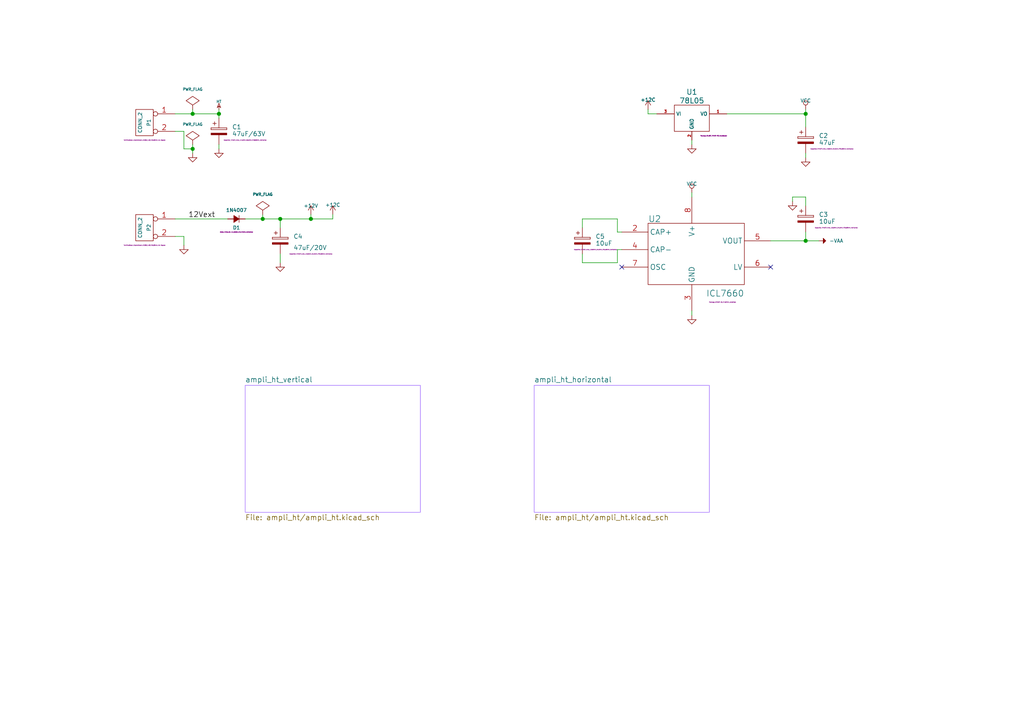
<source format=kicad_sch>
(kicad_sch (version 20210406) (generator eeschema)
  (paper "A4")
  (title_block (title "Complex hierarchy: demo") (date "2017-01-15"))
  (lib_symbols
    (symbol "complex_hierarchy_schlib:+12C" (power) (pin_names (offset 0))
      (property "Value" "+12C" (at 0 3.81 0))
      (symbol "+12C_0_1"
        (polyline (pts (xy -0.762 1.27) (xy 0 2.54)))
        (polyline (pts (xy 0 0) (xy 0 2.54)))
        (polyline (pts (xy 0 2.54) (xy 0.762 1.27)))
      )
      (symbol "+12C_1_1"
        (pin power_in line (at 0 0 90) (length 0) hide (name "+12C") (number "1"))
      )
    )
    (symbol "complex_hierarchy_schlib:+12V" (power) (pin_names (offset 0))
      (property "Value" "+12V" (at 0 3.556 0))
      (symbol "+12V_0_1"
        (polyline (pts (xy -0.762 1.27) (xy 0 2.54)))
        (polyline (pts (xy 0 0) (xy 0 2.54)))
        (polyline (pts (xy 0 2.54) (xy 0.762 1.27)))
      )
      (symbol "+12V_1_1"
        (pin power_in line (at 0 0 90) (length 0) hide (name "+12V") (number "1"))
      )
    )
    (symbol "complex_hierarchy_schlib:-VAA" (power) (pin_names (offset 0))
      (property "Value" "-VAA" (at 0 2.54 0))
      (symbol "-VAA_0_0"
        (pin power_in line (at 0 0 90) (length 0) hide (name "-VAA") (number "1"))
      )
      (symbol "-VAA_0_1"
        (polyline (pts (xy 0 0) (xy 0 1.27) (xy 0 1.27)))
        (polyline (pts (xy 0 2.032) (xy 0.762 1.27) (xy -0.508 1.27) (xy -0.762 1.27) (xy 0 2.032) (xy 0 2.032) (xy 0 2.032)) (fill (type outline)))
      )
    )
    (symbol "complex_hierarchy_schlib:7805"
      (property "Reference" "U" (at 3.81 -4.9784 0))
      (property "Value" "7805" (at 0 5.08 0))
      (symbol "7805_0_1"
        (rectangle (start -5.08 -3.81) (end 5.08 3.81))
      )
      (symbol "7805_1_1"
        (pin power_out line (at 10.16 1.27 180) (length 5.08) (name "VO") (number "1"))
        (pin input line (at 0 -6.35 90) (length 2.54) (name "GND") (number "2"))
        (pin input line (at -10.16 1.27 0) (length 5.08) (name "VI") (number "3"))
      )
    )
    (symbol "complex_hierarchy_schlib:CONN_2" (pin_names hide)
      (property "Reference" "P" (at -1.27 0 90))
      (property "Value" "CONN_2" (at 1.27 0 90))
      (symbol "CONN_2_0_1"
        (rectangle (start -2.54 3.81) (end 2.54 -3.81))
      )
      (symbol "CONN_2_1_1"
        (pin passive inverted (at -8.89 2.54 0) (length 6.35) (name "P1") (number "1"))
        (pin passive inverted (at -8.89 -2.54 0) (length 6.35) (name "PM") (number "2"))
      )
    )
    (symbol "complex_hierarchy_schlib:CP" (pin_numbers hide) (pin_names (offset 0.254))
      (property "Reference" "C" (at 0.635 2.54 0))
      (property "Value" "CP" (at 0.635 -2.54 0))
      (symbol "CP_0_1"
        (rectangle (start -2.286 0.508) (end -2.286 1.016))
        (rectangle (start -2.286 0.508) (end 2.286 0.508))
        (rectangle (start -1.778 2.286) (end -0.762 2.286))
        (rectangle (start -1.27 1.778) (end -1.27 2.794))
        (rectangle (start 2.286 1.016) (end -2.286 1.016))
        (rectangle (start 2.286 1.016) (end 2.286 0.508))
        (rectangle (start 2.286 -0.508) (end -2.286 -1.016) (fill (type outline)))
      )
      (symbol "CP_1_1"
        (pin passive line (at 0 3.81 270) (length 2.794) (name "~") (number "1"))
        (pin passive line (at 0 -3.81 90) (length 2.794) (name "~") (number "2"))
      )
    )
    (symbol "complex_hierarchy_schlib:D_Small" (pin_numbers hide) (pin_names (offset 0.254) hide)
      (property "Reference" "D" (at -1.27 2.032 0))
      (property "Value" "D_Small" (at -3.81 -2.032 0))
      (symbol "D_Small_0_1"
        (polyline (pts (xy -0.762 -1.016) (xy -0.762 1.016)))
        (polyline (pts (xy 0.762 -1.016) (xy -0.762 0) (xy 0.762 1.016) (xy 0.762 -1.016)) (fill (type outline)))
      )
      (symbol "D_Small_1_1"
        (pin passive line (at -2.54 0 0) (length 1.778) (name "K") (number "1"))
        (pin passive line (at 2.54 0 180) (length 1.778) (name "A") (number "2"))
      )
    )
    (symbol "complex_hierarchy_schlib:GND" (power) (pin_names (offset 0))
      (property "Value" "GND" (at 0 -3.1242 0))
      (symbol "GND_0_1"
        (polyline (pts (xy 0 0) (xy 0 -1.27) (xy 1.27 -1.27) (xy 0 -2.54) (xy -1.27 -1.27) (xy 0 -1.27)))
      )
      (symbol "GND_1_1"
        (pin power_in line (at 0 0 270) (length 0) hide (name "GND") (number "1"))
      )
    )
    (symbol "complex_hierarchy_schlib:HT" (power) (pin_names (offset 0))
      (property "Value" "HT" (at 0 2.286 0))
      (symbol "HT_0_0"
        (pin power_in line (at 0 0 90) (length 0) hide (name "HT") (number "1"))
      )
      (symbol "HT_0_1"
        (polyline (pts (xy 0 0) (xy 0 1.016) (xy 0 1.016)))
        (polyline (pts (xy 0 1.016) (xy 0.508 0.508) (xy 0 1.778) (xy -0.508 0.508) (xy 0 1.016) (xy 0 1.016)))
      )
    )
    (symbol "complex_hierarchy_schlib:ICL7660"
      (property "Reference" "U" (at 5.08 10.16 0))
      (property "Value" "ICL7660" (at 1.27 -11.43 0))
      (symbol "ICL7660_0_1"
        (rectangle (start -13.97 -8.89) (end 13.97 8.89))
      )
      (symbol "ICL7660_1_1"
        (pin input line (at -21.59 6.35 0) (length 7.62) (name "CAP+") (number "2"))
        (pin power_in line (at -1.27 -16.51 90) (length 7.62) (name "GND") (number "3"))
        (pin input line (at -21.59 1.27 0) (length 7.62) (name "CAP-") (number "4"))
        (pin power_out line (at 21.59 3.81 180) (length 7.62) (name "VOUT") (number "5"))
        (pin input line (at 21.59 -3.81 180) (length 7.62) (name "LV") (number "6"))
        (pin input line (at -21.59 -3.81 0) (length 7.62) (name "OSC") (number "7"))
        (pin power_in line (at -1.27 16.51 270) (length 7.62) (name "V+") (number "8"))
      )
    )
    (symbol "complex_hierarchy_schlib:PWR_FLAG" (power) (pin_numbers hide) (pin_names (offset 0) hide)
      (property "Value" "PWR_FLAG" (at 0 4.572 0))
      (symbol "PWR_FLAG_0_0"
        (pin power_out line (at 0 0 90) (length 0) (name "pwr") (number "1"))
      )
      (symbol "PWR_FLAG_0_1"
        (polyline (pts (xy 0 0) (xy 0 1.27) (xy -1.905 2.54) (xy 0 3.81) (xy 1.905 2.54) (xy 0 1.27)))
      )
    )
    (symbol "complex_hierarchy_schlib:VCC" (power) (pin_names (offset 0))
      (property "Value" "VCC" (at 0 3.81 0))
      (symbol "VCC_0_1"
        (circle (center 0 1.905) (radius 0.635))
        (polyline (pts (xy 0 0) (xy 0 1.27)))
      )
      (symbol "VCC_1_1"
        (pin power_in line (at 0 0 90) (length 0) hide (name "VCC") (number "1"))
      )
    )
  )
  (junction (at 55.88 33.02) (diameter 1.016))
  (junction (at 55.88 43.18) (diameter 1.016))
  (junction (at 63.5 33.02) (diameter 1.016))
  (junction (at 76.2 63.5) (diameter 1.016))
  (junction (at 81.28 63.5) (diameter 1.016))
  (junction (at 90.17 63.5) (diameter 1.016))
  (junction (at 233.68 33.02) (diameter 1.016))
  (junction (at 233.68 69.85) (diameter 1.016))
  (no_connect (at 180.34 77.47))
  (no_connect (at 223.52 77.47))
  (wire (pts (xy 50.8 33.02) (xy 55.88 33.02)))
  (wire (pts (xy 50.8 38.1) (xy 53.34 38.1)))
  (wire (pts (xy 50.8 63.5) (xy 66.04 63.5)))
  (wire (pts (xy 53.34 38.1) (xy 53.34 43.18)))
  (wire (pts (xy 53.34 43.18) (xy 55.88 43.18)))
  (wire (pts (xy 53.34 68.58) (xy 50.8 68.58)))
  (wire (pts (xy 53.34 71.12) (xy 53.34 68.58)))
  (wire (pts (xy 55.88 31.75) (xy 55.88 33.02)))
  (wire (pts (xy 55.88 33.02) (xy 63.5 33.02)))
  (wire (pts (xy 55.88 41.91) (xy 55.88 43.18)))
  (wire (pts (xy 55.88 43.18) (xy 55.88 44.45)))
  (wire (pts (xy 63.5 31.75) (xy 63.5 33.02)))
  (wire (pts (xy 63.5 33.02) (xy 63.5 34.29)))
  (wire (pts (xy 63.5 41.91) (xy 63.5 43.18)))
  (wire (pts (xy 71.12 63.5) (xy 76.2 63.5)))
  (wire (pts (xy 76.2 63.5) (xy 76.2 62.23)))
  (wire (pts (xy 76.2 63.5) (xy 81.28 63.5)))
  (wire (pts (xy 81.28 63.5) (xy 81.28 66.04)))
  (wire (pts (xy 81.28 63.5) (xy 90.17 63.5)))
  (wire (pts (xy 81.28 73.66) (xy 81.28 76.2)))
  (wire (pts (xy 90.17 62.23) (xy 90.17 63.5)))
  (wire (pts (xy 90.17 63.5) (xy 96.52 63.5)))
  (wire (pts (xy 96.52 63.5) (xy 96.52 62.23)))
  (wire (pts (xy 168.91 63.5) (xy 179.07 63.5)))
  (wire (pts (xy 168.91 66.04) (xy 168.91 63.5)))
  (wire (pts (xy 168.91 73.66) (xy 168.91 76.2)))
  (wire (pts (xy 168.91 76.2) (xy 179.07 76.2)))
  (wire (pts (xy 179.07 63.5) (xy 179.07 67.31)))
  (wire (pts (xy 179.07 67.31) (xy 180.34 67.31)))
  (wire (pts (xy 179.07 72.39) (xy 180.34 72.39)))
  (wire (pts (xy 179.07 76.2) (xy 179.07 72.39)))
  (wire (pts (xy 187.96 31.75) (xy 187.96 33.02)))
  (wire (pts (xy 187.96 33.02) (xy 190.5 33.02)))
  (wire (pts (xy 200.66 41.91) (xy 200.66 40.64)))
  (wire (pts (xy 200.66 55.88) (xy 200.66 57.15)))
  (wire (pts (xy 200.66 91.44) (xy 200.66 90.17)))
  (wire (pts (xy 210.82 33.02) (xy 233.68 33.02)))
  (wire (pts (xy 223.52 69.85) (xy 233.68 69.85)))
  (wire (pts (xy 229.87 57.15) (xy 233.68 57.15)))
  (wire (pts (xy 229.87 58.42) (xy 229.87 57.15)))
  (wire (pts (xy 233.68 31.75) (xy 233.68 33.02)))
  (wire (pts (xy 233.68 33.02) (xy 233.68 36.83)))
  (wire (pts (xy 233.68 44.45) (xy 233.68 45.72)))
  (wire (pts (xy 233.68 59.69) (xy 233.68 57.15)))
  (wire (pts (xy 233.68 67.31) (xy 233.68 69.85)))
  (wire (pts (xy 233.68 69.85) (xy 237.49 69.85)))
  (label "12Vext" (at 54.61 63.5 0) (effects (font (size 1.524 1.524))))
  (symbol (lib_id "complex_hierarchy_schlib:HT") (at 63.5 31.75 0) (unit 1)
    (property "Reference" "#PWR01" (effects hide))
    (property "Value" "HT" (at 63.5 29.464 0) (effects (font (size 0.762 0.762))))
  )
  (symbol (lib_id "complex_hierarchy_schlib:-VAA") (at 237.49 69.85 270) (unit 1)
    (property "Reference" "#PWR011" (effects hide))
    (property "Value" "-VAA" (at 242.57 69.85 90) (effects (font (size 1.016 1.016))))
  )
  (symbol (lib_id "complex_hierarchy_schlib:VCC") (at 200.66 55.88 0) (unit 1)
    (property "Reference" "#PWR08" (effects hide))
    (property "Value" "VCC" (at 200.66 53.34 0) (effects (font (size 1.016 1.016))))
  )
  (symbol (lib_id "complex_hierarchy_schlib:VCC") (at 233.68 31.75 0) (unit 1)
    (property "Reference" "#PWR03" (effects hide))
    (property "Value" "VCC" (at 233.68 29.21 0) (effects (font (size 1.016 1.016))))
  )
  (symbol (lib_id "complex_hierarchy_schlib:+12V") (at 90.17 62.23 0) (unit 1)
    (property "Reference" "#U04" (effects hide))
    (property "Value" "+12V" (at 90.17 59.69 0) (effects (font (size 1.016 1.016))))
  )
  (symbol (lib_id "complex_hierarchy_schlib:+12C") (at 96.52 62.23 0) (unit 1)
    (property "Reference" "#PWR010" (effects hide))
    (property "Value" "+12C" (at 96.52 59.436 0) (effects (font (size 1.016 1.016))))
  )
  (symbol (lib_id "complex_hierarchy_schlib:+12C") (at 187.96 31.75 0) (unit 1)
    (property "Reference" "#PWR02" (effects hide))
    (property "Value" "+12C" (at 187.96 28.956 0) (effects (font (size 1.016 1.016))))
  )
  (symbol (lib_id "complex_hierarchy_schlib:GND") (at 53.34 71.12 0) (unit 1)
    (property "Reference" "#PWR012" (effects hide))
    (property "Value" "GND" (effects hide))
  )
  (symbol (lib_id "complex_hierarchy_schlib:GND") (at 55.88 44.45 0) (unit 1)
    (property "Reference" "#PWR06" (effects hide))
    (property "Value" "GND" (effects hide))
  )
  (symbol (lib_id "complex_hierarchy_schlib:GND") (at 63.5 43.18 0) (unit 1)
    (property "Reference" "#PWR05" (effects hide))
    (property "Value" "GND" (effects hide))
  )
  (symbol (lib_id "complex_hierarchy_schlib:GND") (at 81.28 76.2 0) (unit 1)
    (property "Reference" "#PWR013" (effects hide))
    (property "Value" "GND" (effects hide))
  )
  (symbol (lib_id "complex_hierarchy_schlib:GND") (at 200.66 41.91 0) (unit 1)
    (property "Reference" "#PWR04" (effects hide))
    (property "Value" "GND" (effects hide))
  )
  (symbol (lib_id "complex_hierarchy_schlib:GND") (at 200.66 91.44 0) (unit 1)
    (property "Reference" "#PWR014" (effects hide))
    (property "Value" "GND" (effects hide))
  )
  (symbol (lib_id "complex_hierarchy_schlib:GND") (at 229.87 58.42 0) (unit 1)
    (property "Reference" "#PWR09" (effects hide))
    (property "Value" "GND" (effects hide))
  )
  (symbol (lib_id "complex_hierarchy_schlib:GND") (at 233.68 45.72 0) (unit 1)
    (property "Reference" "#PWR07" (effects hide))
    (property "Value" "GND" (effects hide))
  )
  (symbol (lib_id "complex_hierarchy_schlib:D_Small") (at 68.58 63.5 0) (mirror y) (unit 1)
    (property "Reference" "D1" (at 68.58 66.04 0) (effects (font (size 1.016 1.016))))
    (property "Value" "1N4007" (at 68.58 60.96 0) (effects (font (size 1.016 1.016))))
    (property "Footprint" "Diode_THT:D_DO-41_SOD81_P12.70mm_Horizontal" (at 68.58 67.31 0) (effects (font (size 0.254 0.254))))
  )
  (symbol (lib_id "complex_hierarchy_schlib:PWR_FLAG") (at 55.88 31.75 0) (unit 1)
    (property "Reference" "#U01" (effects hide))
    (property "Value" "PWR_FLAG" (at 55.88 25.908 0) (effects (font (size 0.762 0.762))))
  )
  (symbol (lib_id "complex_hierarchy_schlib:PWR_FLAG") (at 55.88 41.91 0) (unit 1)
    (property "Reference" "#U02" (effects hide))
    (property "Value" "PWR_FLAG" (at 55.88 36.068 0) (effects (font (size 0.762 0.762))))
  )
  (symbol (lib_id "complex_hierarchy_schlib:PWR_FLAG") (at 76.2 62.23 0) (unit 1)
    (property "Reference" "#U03" (effects hide))
    (property "Value" "PWR_FLAG" (at 76.2 56.388 0) (effects (font (size 0.762 0.762))))
  )
  (symbol (lib_id "complex_hierarchy_schlib:CP") (at 63.5 38.1 0) (unit 1)
    (property "Reference" "C1" (at 67.31 36.83 0) (effects (justify left)))
    (property "Value" "47uF/63V" (at 67.31 38.1 0) (effects (justify left top)))
    (property "Footprint" "Capacitor_THT:CP_Axial_L11.0mm_D6.0mm_P18.00mm_Horizontal" (at 71.12 40.64 0) (effects (font (size 0.254 0.254))))
  )
  (symbol (lib_id "complex_hierarchy_schlib:CP") (at 81.28 69.85 0) (unit 1)
    (property "Reference" "C4" (at 85.09 68.58 0) (effects (justify left)))
    (property "Value" "47uF/20V" (at 85.09 71.12 0) (effects (justify left top)))
    (property "Footprint" "Capacitor_THT:CP_Axial_L10.0mm_D4.5mm_P15.00mm_Horizontal" (at 90.17 73.66 0) (effects (font (size 0.254 0.254))))
  )
  (symbol (lib_id "complex_hierarchy_schlib:CP") (at 168.91 69.85 0) (unit 1)
    (property "Reference" "C5" (at 172.72 68.58 0) (effects (justify left)))
    (property "Value" "10uF" (at 172.72 69.85 0) (effects (justify left top)))
    (property "Footprint" "Capacitor_THT:CP_Axial_L10.0mm_D4.5mm_P15.00mm_Horizontal" (at 172.72 72.39 0) (effects (font (size 0.254 0.254))))
  )
  (symbol (lib_id "complex_hierarchy_schlib:CP") (at 233.68 40.64 0) (unit 1)
    (property "Reference" "C2" (at 237.49 39.37 0) (effects (justify left)))
    (property "Value" "47uF" (at 237.49 40.64 0) (effects (justify left top)))
    (property "Footprint" "Capacitor_THT:CP_Axial_L10.0mm_D4.5mm_P15.00mm_Horizontal" (at 241.3 43.18 0) (effects (font (size 0.254 0.254))))
  )
  (symbol (lib_id "complex_hierarchy_schlib:CP") (at 233.68 63.5 0) (unit 1)
    (property "Reference" "C3" (at 237.49 62.23 0) (effects (justify left)))
    (property "Value" "10uF" (at 237.49 63.5 0) (effects (justify left top)))
    (property "Footprint" "Capacitor_THT:CP_Axial_L10.0mm_D4.5mm_P15.00mm_Horizontal" (at 242.57 66.04 0) (effects (font (size 0.254 0.254))))
  )
  (symbol (lib_id "complex_hierarchy_schlib:CONN_2") (at 41.91 35.56 0) (mirror y) (unit 1)
    (property "Reference" "P1" (at 43.18 35.56 90) (effects (font (size 1.016 1.016))))
    (property "Value" "CONN_2" (at 40.64 35.56 90) (effects (font (size 1.016 1.016))))
    (property "Footprint" "TerminalBlock_Altech:Altech_AK300_1x02_P5.00mm_45-Degree" (at 41.91 40.64 0) (effects (font (size 0.254 0.254))))
  )
  (symbol (lib_id "complex_hierarchy_schlib:CONN_2") (at 41.91 66.04 0) (mirror y) (unit 1)
    (property "Reference" "P2" (at 43.18 66.04 90) (effects (font (size 1.016 1.016))))
    (property "Value" "CONN_2" (at 40.64 66.04 90) (effects (font (size 1.016 1.016))))
    (property "Footprint" "TerminalBlock_Altech:Altech_AK300_1x02_P5.00mm_45-Degree" (at 41.91 71.12 0) (effects (font (size 0.254 0.254))))
  )
  (symbol (lib_id "complex_hierarchy_schlib:7805") (at 200.66 34.29 0) (unit 1)
    (property "Reference" "U1" (at 200.66 26.67 0) (effects (font (size 1.524 1.524))))
    (property "Value" "78L05" (at 200.66 29.21 0) (effects (font (size 1.524 1.524))))
    (property "Footprint" "Package_TO_SOT_THT:TO-92_HandSolder" (at 207.01 39.37 0) (effects (font (size 0.254 0.254))))
  )
  (symbol (lib_id "complex_hierarchy_schlib:ICL7660") (at 201.93 73.66 0) (unit 1)
    (property "Reference" "U2" (at 187.96 63.5 0) (effects (font (size 1.778 1.778)) (justify left)))
    (property "Value" "ICL7660" (at 215.9 85.09 0) (effects (font (size 1.778 1.778)) (justify right)))
    (property "Footprint" "Package_DIP:DIP-8_W7.62mm_LongPads" (at 209.55 87.63 0) (effects (font (size 0.254 0.254))))
  )
  (sheet (at 154.94 111.76) (size 50.8 36.83) (stroke (width 0.1524) (color 174 129 255 1)) (fill (color 255 255 255 0.0000))
    (property "Sheet name" "ampli_ht_horizontal" (at 154.94 110.9975 0) (effects (font (size 1.524 1.524)) (justify left bottom)))
    (property "Sheet file" "ampli_ht/ampli_ht.kicad_sch" (at 154.94 149.2001 0) (effects (font (size 1.524 1.524)) (justify left top)))
  )
  (sheet (at 71.12 111.76) (size 50.8 36.83) (stroke (width 0.1524) (color 174 129 255 1)) (fill (color 255 255 255 0.0000))
    (property "Sheet name" "ampli_ht_vertical" (at 71.12 110.9975 0) (effects (font (size 1.524 1.524)) (justify left bottom)))
    (property "Sheet file" "ampli_ht/ampli_ht.kicad_sch" (at 71.12 149.2001 0) (effects (font (size 1.524 1.524)) (justify left top)))
  )
)
</source>
